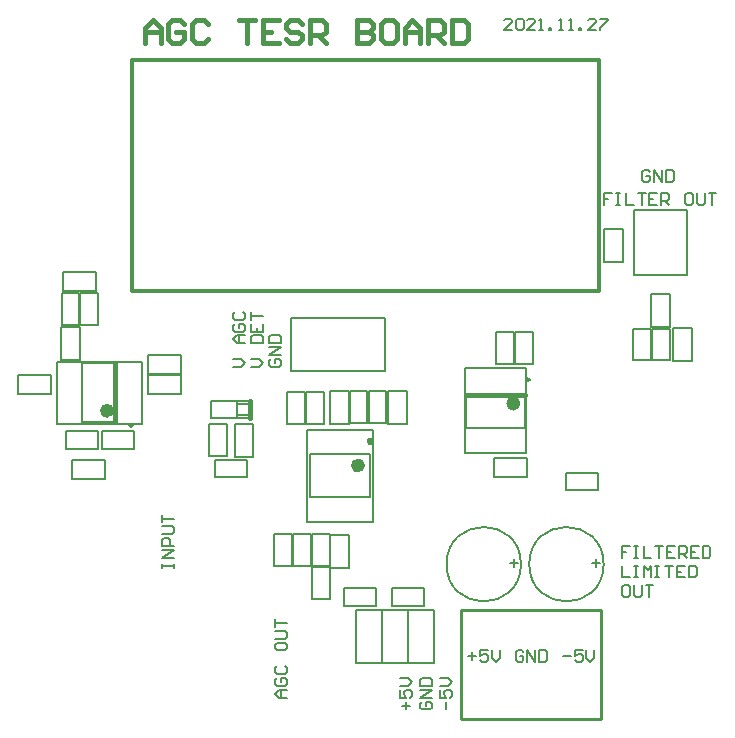
<source format=gto>
G04*
G04 #@! TF.GenerationSoftware,Altium Limited,Altium Designer,21.9.1 (22)*
G04*
G04 Layer_Color=65535*
%FSAX44Y44*%
%MOMM*%
G71*
G04*
G04 #@! TF.SameCoordinates,0D14A302-91A5-4368-AE17-AEAA60D505F3*
G04*
G04*
G04 #@! TF.FilePolarity,Positive*
G04*
G01*
G75*
%ADD10C,0.2500*%
%ADD11C,0.6000*%
%ADD12C,0.2000*%
%ADD13C,0.1500*%
%ADD14C,0.4000*%
%ADD15C,0.3000*%
%ADD16C,0.2540*%
%ADD17C,0.1270*%
D10*
X00438800Y00286250D02*
G03*
X00438800Y00286250I-00001250J00000000D01*
G01*
X00102500Y00247450D02*
G03*
X00102500Y00247450I-00001250J00000000D01*
G01*
X00306000Y00234000D02*
G03*
X00306000Y00234000I-00002000J00000000D01*
G01*
D11*
X00428000Y00266000D02*
G03*
X00428000Y00266000I-00003000J00000000D01*
G01*
X00084000Y00260000D02*
G03*
X00084000Y00260000I-00003000J00000000D01*
G01*
X00296500Y00213500D02*
G03*
X00296500Y00213500I-00003000J00000000D01*
G01*
D12*
X00431500Y00130000D02*
G03*
X00431500Y00130000I-00031500J00000000D01*
G01*
X00501500D02*
G03*
X00501500Y00130000I-00031500J00000000D01*
G01*
X00384000Y00296000D02*
X00436000D01*
Y00224000D02*
Y00296000D01*
X00384000Y00224000D02*
X00436000D01*
X00384000D02*
Y00296000D01*
X00385000Y00245000D02*
X00435000D01*
Y00273000D01*
X00385000Y00245000D02*
Y00273000D01*
X00111000Y00249000D02*
Y00301000D01*
X00039000Y00249000D02*
X00111000D01*
X00039000D02*
Y00301000D01*
X00111000D01*
X00060000Y00250000D02*
Y00300000D01*
Y00250000D02*
X00088000D01*
X00060000Y00300000D02*
X00088000D01*
X00527500Y00375000D02*
X00572500D01*
X00527500D02*
Y00430000D01*
X00572500D01*
Y00375000D02*
Y00430000D01*
X00172000Y00254000D02*
X00202000D01*
X00191000Y00266000D02*
X00200000D01*
X00191000Y00256000D02*
X00200000D01*
X00191000Y00254000D02*
Y00268000D01*
X00169000D02*
X00202000D01*
X00169000Y00254000D02*
Y00268000D01*
Y00254000D02*
X00172000D01*
X00236600Y00293500D02*
X00316600D01*
Y00338500D01*
X00236600D02*
X00316600D01*
X00236600Y00293500D02*
Y00338500D01*
X00250000Y00244000D02*
X00306000D01*
X00250000Y00166000D02*
Y00244000D01*
Y00166000D02*
X00306000D01*
Y00244000D01*
X00252500Y00223500D02*
X00303500D01*
X00252500Y00186500D02*
X00303500D01*
Y00223500D01*
X00252500Y00186500D02*
Y00223500D01*
X00219669Y00303664D02*
X00218003Y00301998D01*
Y00298666D01*
X00219669Y00297000D01*
X00226334D01*
X00228000Y00298666D01*
Y00301998D01*
X00226334Y00303664D01*
X00223002D01*
Y00300332D01*
X00228000Y00306997D02*
X00218003D01*
X00228000Y00313661D01*
X00218003D01*
Y00316994D02*
X00228000D01*
Y00321992D01*
X00226334Y00323658D01*
X00219669D01*
X00218003Y00321992D01*
Y00316994D01*
X00387000Y00051998D02*
X00393665D01*
X00390332Y00055331D02*
Y00048666D01*
X00403661Y00056997D02*
X00396997D01*
Y00051998D01*
X00400329Y00053664D01*
X00401995D01*
X00403661Y00051998D01*
Y00048666D01*
X00401995Y00047000D01*
X00398663D01*
X00396997Y00048666D01*
X00406993Y00056997D02*
Y00050332D01*
X00410326Y00047000D01*
X00413658Y00050332D01*
Y00056997D01*
X00433652Y00055331D02*
X00431986Y00056997D01*
X00428653D01*
X00426987Y00055331D01*
Y00048666D01*
X00428653Y00047000D01*
X00431986D01*
X00433652Y00048666D01*
Y00051998D01*
X00430319D01*
X00436984Y00047000D02*
Y00056997D01*
X00443648Y00047000D01*
Y00056997D01*
X00446981D02*
Y00047000D01*
X00451979D01*
X00453645Y00048666D01*
Y00055331D01*
X00451979Y00056997D01*
X00446981D01*
X00466974Y00051998D02*
X00473639D01*
X00483635Y00056997D02*
X00476971D01*
Y00051998D01*
X00480303Y00053664D01*
X00481969D01*
X00483635Y00051998D01*
Y00048666D01*
X00481969Y00047000D01*
X00478637D01*
X00476971Y00048666D01*
X00486968Y00056997D02*
Y00050332D01*
X00490300Y00047000D01*
X00493632Y00050332D01*
Y00056997D01*
X00188003Y00297000D02*
X00194668D01*
X00198000Y00300332D01*
X00194668Y00303664D01*
X00188003D01*
X00198000Y00316994D02*
X00191336D01*
X00188003Y00320326D01*
X00191336Y00323658D01*
X00198000D01*
X00193002D01*
Y00316994D01*
X00189669Y00333655D02*
X00188003Y00331989D01*
Y00328657D01*
X00189669Y00326990D01*
X00196334D01*
X00198000Y00328657D01*
Y00331989D01*
X00196334Y00333655D01*
X00193002D01*
Y00330323D01*
X00189669Y00343652D02*
X00188003Y00341986D01*
Y00338653D01*
X00189669Y00336987D01*
X00196334D01*
X00198000Y00338653D01*
Y00341986D01*
X00196334Y00343652D01*
X00523665Y00145589D02*
X00517000D01*
Y00140591D01*
X00520332D01*
X00517000D01*
Y00135592D01*
X00526997Y00145589D02*
X00530329D01*
X00528663D01*
Y00135592D01*
X00526997D01*
X00530329D01*
X00535327Y00145589D02*
Y00135592D01*
X00541992D01*
X00545324Y00145589D02*
X00551989D01*
X00548657D01*
Y00135592D01*
X00561986Y00145589D02*
X00555321D01*
Y00135592D01*
X00561986D01*
X00555321Y00140591D02*
X00558653D01*
X00565318Y00135592D02*
Y00145589D01*
X00570316D01*
X00571982Y00143923D01*
Y00140591D01*
X00570316Y00138925D01*
X00565318D01*
X00568650D02*
X00571982Y00135592D01*
X00581979Y00145589D02*
X00575314D01*
Y00135592D01*
X00581979D01*
X00575314Y00140591D02*
X00578647D01*
X00585311Y00145589D02*
Y00135592D01*
X00590310D01*
X00591976Y00137258D01*
Y00143923D01*
X00590310Y00145589D01*
X00585311D01*
X00517000Y00128793D02*
Y00118796D01*
X00523665D01*
X00526997Y00128793D02*
X00530329D01*
X00528663D01*
Y00118796D01*
X00526997D01*
X00530329D01*
X00535327D02*
Y00128793D01*
X00538660Y00125461D01*
X00541992Y00128793D01*
Y00118796D01*
X00545324Y00128793D02*
X00548657D01*
X00546990D01*
Y00118796D01*
X00545324D01*
X00548657D01*
X00553655Y00128793D02*
X00560319D01*
X00556987D01*
Y00118796D01*
X00570316Y00128793D02*
X00563652D01*
Y00118796D01*
X00570316D01*
X00563652Y00123794D02*
X00566984D01*
X00573648Y00128793D02*
Y00118796D01*
X00578647D01*
X00580313Y00120462D01*
Y00127127D01*
X00578647Y00128793D01*
X00573648D01*
X00521998Y00111997D02*
X00518666D01*
X00517000Y00110331D01*
Y00103666D01*
X00518666Y00102000D01*
X00521998D01*
X00523665Y00103666D01*
Y00110331D01*
X00521998Y00111997D01*
X00526997D02*
Y00103666D01*
X00528663Y00102000D01*
X00531995D01*
X00533661Y00103666D01*
Y00111997D01*
X00536994D02*
X00543658D01*
X00540326D01*
Y00102000D01*
X00128003Y00127000D02*
Y00130332D01*
Y00128666D01*
X00138000D01*
Y00127000D01*
Y00130332D01*
Y00135331D02*
X00128003D01*
X00138000Y00141995D01*
X00128003D01*
X00138000Y00145327D02*
X00128003D01*
Y00150326D01*
X00129669Y00151992D01*
X00133002D01*
X00134668Y00150326D01*
Y00145327D01*
X00128003Y00155324D02*
X00136334D01*
X00138000Y00156990D01*
Y00160323D01*
X00136334Y00161989D01*
X00128003D01*
Y00165321D02*
Y00171985D01*
Y00168653D01*
X00138000D01*
X00423665Y00582000D02*
X00417000D01*
X00423665Y00588665D01*
Y00590331D01*
X00421998Y00591997D01*
X00418666D01*
X00417000Y00590331D01*
X00426997D02*
X00428663Y00591997D01*
X00431995D01*
X00433661Y00590331D01*
Y00583666D01*
X00431995Y00582000D01*
X00428663D01*
X00426997Y00583666D01*
Y00590331D01*
X00443658Y00582000D02*
X00436994D01*
X00443658Y00588665D01*
Y00590331D01*
X00441992Y00591997D01*
X00438660D01*
X00436994Y00590331D01*
X00446990Y00582000D02*
X00450323D01*
X00448657D01*
Y00591997D01*
X00446990Y00590331D01*
X00455321Y00582000D02*
Y00583666D01*
X00456987D01*
Y00582000D01*
X00455321D01*
X00463652D02*
X00466984D01*
X00465318D01*
Y00591997D01*
X00463652Y00590331D01*
X00471982Y00582000D02*
X00475314D01*
X00473648D01*
Y00591997D01*
X00471982Y00590331D01*
X00480313Y00582000D02*
Y00583666D01*
X00481979D01*
Y00582000D01*
X00480313D01*
X00495308D02*
X00488643D01*
X00495308Y00588665D01*
Y00590331D01*
X00493642Y00591997D01*
X00490310D01*
X00488643Y00590331D01*
X00498640Y00591997D02*
X00505305D01*
Y00590331D01*
X00498640Y00583666D01*
Y00582000D01*
X00508665Y00443997D02*
X00502000D01*
Y00438998D01*
X00505332D01*
X00502000D01*
Y00434000D01*
X00511997Y00443997D02*
X00515329D01*
X00513663D01*
Y00434000D01*
X00511997D01*
X00515329D01*
X00520327Y00443997D02*
Y00434000D01*
X00526992D01*
X00530324Y00443997D02*
X00536989D01*
X00533656D01*
Y00434000D01*
X00546986Y00443997D02*
X00540321D01*
Y00434000D01*
X00546986D01*
X00540321Y00438998D02*
X00543653D01*
X00550318Y00434000D02*
Y00443997D01*
X00555316D01*
X00556982Y00442331D01*
Y00438998D01*
X00555316Y00437332D01*
X00550318D01*
X00553650D02*
X00556982Y00434000D01*
X00575310Y00443997D02*
X00571977D01*
X00570311Y00442331D01*
Y00435666D01*
X00571977Y00434000D01*
X00575310D01*
X00576976Y00435666D01*
Y00442331D01*
X00575310Y00443997D01*
X00580308D02*
Y00435666D01*
X00581974Y00434000D01*
X00585307D01*
X00586973Y00435666D01*
Y00443997D01*
X00590305D02*
X00596969D01*
X00593637D01*
Y00434000D01*
X00203003Y00297000D02*
X00209668D01*
X00213000Y00300332D01*
X00209668Y00303664D01*
X00203003D01*
Y00316994D02*
X00213000D01*
Y00321992D01*
X00211334Y00323658D01*
X00204669D01*
X00203003Y00321992D01*
Y00316994D01*
Y00333655D02*
Y00326990D01*
X00213000D01*
Y00333655D01*
X00208002Y00326990D02*
Y00330323D01*
X00203003Y00336987D02*
Y00343652D01*
Y00340319D01*
X00213000D01*
X00233000Y00017000D02*
X00226336D01*
X00223003Y00020332D01*
X00226336Y00023665D01*
X00233000D01*
X00228002D01*
Y00017000D01*
X00224669Y00033661D02*
X00223003Y00031995D01*
Y00028663D01*
X00224669Y00026997D01*
X00231334D01*
X00233000Y00028663D01*
Y00031995D01*
X00231334Y00033661D01*
X00228002D01*
Y00030329D01*
X00224669Y00043658D02*
X00223003Y00041992D01*
Y00038660D01*
X00224669Y00036994D01*
X00231334D01*
X00233000Y00038660D01*
Y00041992D01*
X00231334Y00043658D01*
X00223003Y00061986D02*
Y00058653D01*
X00224669Y00056987D01*
X00231334D01*
X00233000Y00058653D01*
Y00061986D01*
X00231334Y00063652D01*
X00224669D01*
X00223003Y00061986D01*
Y00066984D02*
X00231334D01*
X00233000Y00068650D01*
Y00071982D01*
X00231334Y00073648D01*
X00223003D01*
Y00076981D02*
Y00083645D01*
Y00080313D01*
X00233000D01*
X00334409Y00007000D02*
Y00013664D01*
X00331077Y00010332D02*
X00337742D01*
X00329411Y00023661D02*
Y00016997D01*
X00334409D01*
X00332743Y00020329D01*
Y00021995D01*
X00334409Y00023661D01*
X00337742D01*
X00339408Y00021995D01*
Y00018663D01*
X00337742Y00016997D01*
X00329411Y00026994D02*
X00336076D01*
X00339408Y00030326D01*
X00336076Y00033658D01*
X00329411D01*
X00347873Y00013664D02*
X00346207Y00011998D01*
Y00008666D01*
X00347873Y00007000D01*
X00354538D01*
X00356204Y00008666D01*
Y00011998D01*
X00354538Y00013664D01*
X00351205D01*
Y00010332D01*
X00356204Y00016997D02*
X00346207D01*
X00356204Y00023661D01*
X00346207D01*
Y00026994D02*
X00356204D01*
Y00031992D01*
X00354538Y00033658D01*
X00347873D01*
X00346207Y00031992D01*
Y00026994D01*
X00368002Y00007000D02*
Y00013664D01*
X00363003Y00023661D02*
Y00016997D01*
X00368002D01*
X00366335Y00020329D01*
Y00021995D01*
X00368002Y00023661D01*
X00371334D01*
X00373000Y00021995D01*
Y00018663D01*
X00371334Y00016997D01*
X00363003Y00026994D02*
X00369668D01*
X00373000Y00030326D01*
X00369668Y00033658D01*
X00363003D01*
X00540664Y00462331D02*
X00538998Y00463997D01*
X00535666D01*
X00534000Y00462331D01*
Y00455666D01*
X00535666Y00454000D01*
X00538998D01*
X00540664Y00455666D01*
Y00458998D01*
X00537332D01*
X00543997Y00454000D02*
Y00463997D01*
X00550661Y00454000D01*
Y00463997D01*
X00553994D02*
Y00454000D01*
X00558992D01*
X00560658Y00455666D01*
Y00462331D01*
X00558992Y00463997D01*
X00553994D01*
D13*
X00319000Y00249000D02*
X00335000D01*
X00319000Y00277000D02*
X00335000D01*
X00319000Y00249000D02*
Y00277000D01*
X00335000Y00249000D02*
Y00277000D01*
X00167500Y00221500D02*
Y00248500D01*
X00182500Y00221500D02*
Y00248500D01*
X00167500Y00221500D02*
X00182500D01*
X00167500Y00248500D02*
X00182500D01*
X00172500Y00218500D02*
X00199500D01*
X00172500Y00203500D02*
X00199500D01*
X00172500D02*
Y00218500D01*
X00199500Y00203500D02*
Y00218500D01*
X00560000Y00330000D02*
X00576000D01*
X00560000Y00302000D02*
X00576000D01*
Y00330000D01*
X00560000Y00302000D02*
Y00330000D01*
X00425500Y00299500D02*
Y00326500D01*
X00410500Y00299500D02*
Y00326500D01*
X00425500D01*
X00410500Y00299500D02*
X00425500D01*
X00542500Y00302500D02*
Y00329500D01*
X00557500Y00302500D02*
Y00329500D01*
X00542500Y00302500D02*
X00557500D01*
X00542500Y00329500D02*
X00557500D01*
X00058500Y00332500D02*
Y00359500D01*
X00073500Y00332500D02*
Y00359500D01*
X00058500Y00332500D02*
X00073500D01*
X00058500Y00359500D02*
X00073500D01*
X00469500Y00192500D02*
X00496500D01*
X00469500Y00207500D02*
X00496500D01*
Y00192500D02*
Y00207500D01*
X00469500Y00192500D02*
Y00207500D01*
X00542000Y00359000D02*
X00558000D01*
X00542000Y00331000D02*
X00558000D01*
Y00359000D01*
X00542000Y00331000D02*
Y00359000D01*
X00042000Y00303000D02*
X00058000D01*
X00042000Y00331000D02*
X00058000D01*
X00042000Y00303000D02*
Y00331000D01*
X00058000Y00303000D02*
Y00331000D01*
X00079000Y00202000D02*
Y00218000D01*
X00051000Y00202000D02*
Y00218000D01*
Y00202000D02*
X00079000D01*
X00051000Y00218000D02*
X00079000D01*
X00042500Y00332500D02*
Y00359500D01*
X00057500Y00332500D02*
Y00359500D01*
X00042500Y00332500D02*
X00057500D01*
X00042500Y00359500D02*
X00057500D01*
X00502000Y00414000D02*
X00518000D01*
X00502000Y00386000D02*
X00518000D01*
Y00414000D01*
X00502000Y00386000D02*
Y00414000D01*
X00044000Y00361000D02*
Y00377000D01*
X00072000Y00361000D02*
Y00377000D01*
X00044000D02*
X00072000D01*
X00044000Y00361000D02*
X00072000D01*
X00426500Y00299500D02*
Y00326500D01*
X00441500Y00299500D02*
Y00326500D01*
X00426500Y00299500D02*
X00441500D01*
X00426500Y00326500D02*
X00441500D01*
X00541500Y00302500D02*
Y00329500D01*
X00526500Y00302500D02*
Y00329500D01*
X00541500D01*
X00526500Y00302500D02*
X00541500D01*
X00076500Y00227500D02*
X00103500D01*
X00076500Y00242500D02*
X00103500D01*
Y00227500D02*
Y00242500D01*
X00076500Y00227500D02*
Y00242500D01*
X00046500Y00242500D02*
X00073500D01*
X00046500Y00227500D02*
X00073500D01*
X00046500D02*
Y00242500D01*
X00073500Y00227500D02*
Y00242500D01*
X00116000Y00291000D02*
Y00307000D01*
X00144000Y00291000D02*
Y00307000D01*
X00116000D02*
X00144000D01*
X00116000Y00291000D02*
X00144000D01*
X00233500Y00248500D02*
Y00275500D01*
X00248500Y00248500D02*
Y00275500D01*
X00233500Y00248500D02*
X00248500D01*
X00233500Y00275500D02*
X00248500D01*
X00264500Y00248500D02*
Y00275500D01*
X00249500Y00248500D02*
Y00275500D01*
X00264500D01*
X00249500Y00248500D02*
X00264500D01*
X00238500Y00128500D02*
Y00155500D01*
X00253500Y00128500D02*
Y00155500D01*
X00238500Y00128500D02*
X00253500D01*
X00238500Y00155500D02*
X00253500D01*
X00302500Y00249500D02*
Y00276500D01*
X00317500Y00249500D02*
Y00276500D01*
X00302500Y00249500D02*
X00317500D01*
X00302500Y00276500D02*
X00317500D01*
X00269500Y00128500D02*
Y00155500D01*
X00254500Y00128500D02*
Y00155500D01*
X00269500D01*
X00254500Y00128500D02*
X00269500D01*
X00286500Y00249500D02*
Y00276500D01*
X00301500Y00249500D02*
Y00276500D01*
X00286500Y00249500D02*
X00301500D01*
X00286500Y00276500D02*
X00301500D01*
X00269500Y00100500D02*
Y00127500D01*
X00254500Y00100500D02*
Y00127500D01*
X00269500D01*
X00254500Y00100500D02*
X00269500D01*
X00189000Y00221000D02*
X00205000D01*
X00189000Y00249000D02*
X00205000D01*
X00189000Y00221000D02*
Y00249000D01*
X00205000Y00221000D02*
Y00249000D01*
X00237500Y00128500D02*
Y00155500D01*
X00222500Y00128500D02*
Y00155500D01*
X00237500D01*
X00222500Y00128500D02*
X00237500D01*
X00322500Y00094500D02*
X00349500D01*
X00322500Y00109500D02*
X00349500D01*
Y00094500D02*
Y00109500D01*
X00322500Y00094500D02*
Y00109500D01*
X00336000Y00046500D02*
Y00091500D01*
X00314000Y00046500D02*
Y00091500D01*
X00336000D01*
X00314000Y00046500D02*
X00336000D01*
X00336000D02*
Y00091500D01*
X00358000Y00046500D02*
Y00091500D01*
X00336000Y00046500D02*
X00358000D01*
X00336000Y00091500D02*
X00358000D01*
X00144000Y00274000D02*
Y00290000D01*
X00116000Y00274000D02*
Y00290000D01*
Y00274000D02*
X00144000D01*
X00116000Y00290000D02*
X00144000D01*
X00006000Y00274000D02*
Y00290000D01*
X00034000Y00274000D02*
Y00290000D01*
X00006000D02*
X00034000D01*
X00006000Y00274000D02*
X00034000D01*
X00314000Y00046500D02*
Y00091500D01*
X00292000Y00046500D02*
Y00091500D01*
X00314000D01*
X00292000Y00046500D02*
X00314000D01*
X00281500Y00094500D02*
X00308500D01*
X00281500Y00109500D02*
X00308500D01*
Y00094500D02*
Y00109500D01*
X00281500Y00094500D02*
Y00109500D01*
X00270000Y00277000D02*
X00286000D01*
X00270000Y00249000D02*
X00286000D01*
Y00277000D01*
X00270000Y00249000D02*
Y00277000D01*
Y00127000D02*
X00286000D01*
X00270000Y00155000D02*
X00286000D01*
X00270000Y00127000D02*
Y00155000D01*
X00286000Y00127000D02*
Y00155000D01*
X00437000Y00204000D02*
Y00220000D01*
X00409000Y00204000D02*
Y00220000D01*
Y00204000D02*
X00437000D01*
X00409000Y00220000D02*
X00437000D01*
D14*
X00385000Y00273000D02*
X00435000D01*
X00088000Y00250000D02*
Y00300000D01*
X00202000Y00254000D02*
Y00268000D01*
X00113000Y00571000D02*
Y00584329D01*
X00119664Y00590994D01*
X00126329Y00584329D01*
Y00571000D01*
Y00580997D01*
X00113000D01*
X00146323Y00587661D02*
X00142990Y00590994D01*
X00136326D01*
X00132994Y00587661D01*
Y00574332D01*
X00136326Y00571000D01*
X00142990D01*
X00146323Y00574332D01*
Y00580997D01*
X00139658D01*
X00166316Y00587661D02*
X00162984Y00590994D01*
X00156319D01*
X00152987Y00587661D01*
Y00574332D01*
X00156319Y00571000D01*
X00162984D01*
X00166316Y00574332D01*
X00192974Y00590994D02*
X00206303D01*
X00199639D01*
Y00571000D01*
X00226297Y00590994D02*
X00212968D01*
Y00571000D01*
X00226297D01*
X00212968Y00580997D02*
X00219632D01*
X00246290Y00587661D02*
X00242958Y00590994D01*
X00236294D01*
X00232961Y00587661D01*
Y00584329D01*
X00236294Y00580997D01*
X00242958D01*
X00246290Y00577664D01*
Y00574332D01*
X00242958Y00571000D01*
X00236294D01*
X00232961Y00574332D01*
X00252955Y00571000D02*
Y00590994D01*
X00262952D01*
X00266284Y00587661D01*
Y00580997D01*
X00262952Y00577664D01*
X00252955D01*
X00259619D02*
X00266284Y00571000D01*
X00292942Y00590994D02*
Y00571000D01*
X00302939D01*
X00306271Y00574332D01*
Y00577664D01*
X00302939Y00580997D01*
X00292942D01*
X00302939D01*
X00306271Y00584329D01*
Y00587661D01*
X00302939Y00590994D01*
X00292942D01*
X00322932D02*
X00316268D01*
X00312936Y00587661D01*
Y00574332D01*
X00316268Y00571000D01*
X00322932D01*
X00326265Y00574332D01*
Y00587661D01*
X00322932Y00590994D01*
X00332929Y00571000D02*
Y00584329D01*
X00339594Y00590994D01*
X00346258Y00584329D01*
Y00571000D01*
Y00580997D01*
X00332929D01*
X00352923Y00571000D02*
Y00590994D01*
X00362920D01*
X00366252Y00587661D01*
Y00580997D01*
X00362920Y00577664D01*
X00352923D01*
X00359587D02*
X00366252Y00571000D01*
X00372916Y00590994D02*
Y00571000D01*
X00382913D01*
X00386245Y00574332D01*
Y00587661D01*
X00382913Y00590994D01*
X00372916D01*
D15*
X00102000Y00361000D02*
Y00557000D01*
X00469000D01*
X00498000D01*
Y00396000D02*
Y00557000D01*
Y00361000D02*
Y00396000D01*
X00102000Y00361000D02*
X00498000D01*
D16*
X00380500Y00091001D02*
X00499500D01*
X00380500Y-00000999D02*
Y00091001D01*
Y-00000999D02*
X00499500D01*
Y00091001D01*
D17*
X00422000Y00130998D02*
X00428665D01*
X00425332Y00134331D02*
Y00127666D01*
X00492000Y00130998D02*
X00498665D01*
X00495332Y00134331D02*
Y00127666D01*
M02*

</source>
